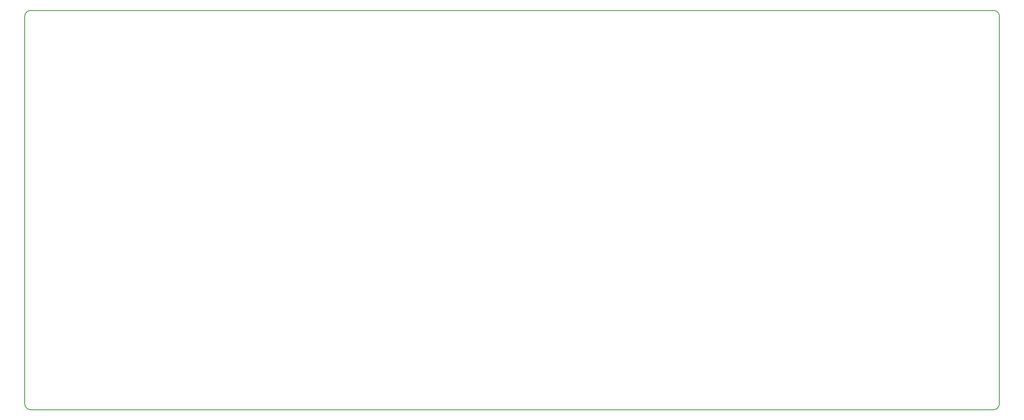
<source format=gm1>
G04 #@! TF.FileFunction,Profile,NP*
%FSLAX46Y46*%
G04 Gerber Fmt 4.6, Leading zero omitted, Abs format (unit mm)*
G04 Created by KiCad (PCBNEW 4.0.4-snap1-stable) date Tue Jun 27 15:23:53 2017*
%MOMM*%
%LPD*%
G01*
G04 APERTURE LIST*
%ADD10C,0.100000*%
%ADD11C,0.150000*%
G04 APERTURE END LIST*
D10*
D11*
X257810000Y-134620000D02*
X257810000Y-50800000D01*
X46990000Y-50800000D02*
X46990000Y-134620000D01*
X256540000Y-49530000D02*
X48260000Y-49530000D01*
X257810000Y-50800000D02*
G75*
G03X256540000Y-49530000I-1270000J0D01*
G01*
X256540000Y-135890000D02*
G75*
G03X257810000Y-134620000I0J1270000D01*
G01*
X48260000Y-135890000D02*
X256540000Y-135890000D01*
X46990000Y-134620000D02*
G75*
G03X48260000Y-135890000I1270000J0D01*
G01*
X48260000Y-49530000D02*
G75*
G03X46990000Y-50800000I0J-1270000D01*
G01*
M02*

</source>
